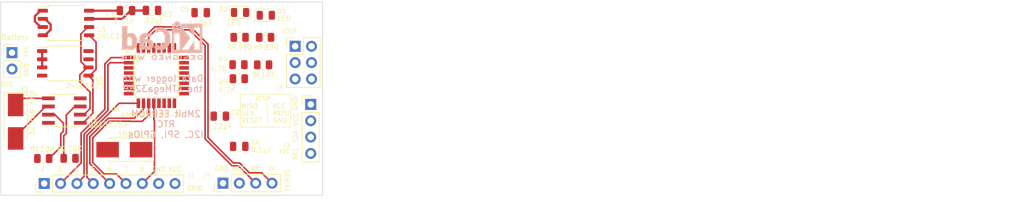
<source format=kicad_pcb>
(kicad_pcb (version 20211014) (generator pcbnew)
  (title_block (title "${project_name}") (date "2022-01-25") (rev "1") (comment 2 "2-Layer PCB"))
  (layers (0 "F.Cu" mixed) (1 "In1.Cu" mixed) (2 "In2.Cu" mixed) (31 "B.Cu" mixed) (34 "B.Paste" user) (35 "F.Paste" user) (36 "B.SilkS" user "B.Silkscreen") (37 "F.SilkS" user "F.Silkscreen") (38 "B.Mask" user) (39 "F.Mask" user) (44 "Edge.Cuts" user))
  (property "project_name" "MCU Datalogger with memory and clock")
  (net 0 "")
  (net 1 "GND")
  (net 2 "/Vcc")
  (net 3 "Net-(C2-Pad2)")
  (net 4 "Net-(C3-Pad2)")
  (net 5 "Net-(C4-Pad2)")
  (net 6 "Net-(D1-Pad1)")
  (net 7 "/SCK")
  (net 8 "Net-(D2-Pad1)")
  (net 9 "/D2")
  (net 10 "/D3")
  (net 11 "/D4")
  (net 12 "/D5")
  (net 13 "/D6")
  (net 14 "/D7")
  (net 15 "/D8")
  (net 16 "/SDA")
  (net 17 "/SCL")
  (net 18 "/MOSI")
  (net 19 "/RESET")
  (net 20 "/RX")
  (net 21 "/TX")
  (net 22 "Net-(R1-Pad2)")
  (net 23 "Net-(R2-Pad2)")
  (net 24 "Net-(U2-Pad1)")
  (net 25 "Net-(U2-Pad2)")
  (net 29 "/MISO")
  (footprint "Resistor_SMD:R_0805_2012Metric" (layer "F.Cu") (at 115.1909 85.8012 180)
    (fp_text reference "R4" (at 2.4403 0.8382) (layer "F.SilkS") (effects (font (size 0.7 0.7) (thickness 0.1))))
    (fp_text value "4.7K" (at 3.1007 -0.6604) (layer "F.SilkS") (effects (font (size 0.8 0.8) (thickness 0.1))))
    (pad "1" smd roundrect (at -0.9125 0 180) (size 1.025 1.4) (layers "F.Cu" "F.Paste" "F.Mask") (roundrect_rratio 0.243902439) (net 2 "/Vcc"))
    (pad "2" smd roundrect (at 0.9125 0 180) (size 1.025 1.4) (layers "F.Cu" "F.Paste" "F.Mask") (roundrect_rratio 0.243902439) (net 16 "/SDA"))
  )
  (footprint "Resistor_SMD:R_0805_2012Metric" (layer "F.Cu") (at 88.9508 100.3554 180)
    (fp_text reference "R2" (at 1.2446 1.4478) (layer "F.SilkS") (effects (font (size 0.7 0.7) (thickness 0.1))))
    (fp_text value "10K" (at -0.8382 1.4986) (layer "F.SilkS") (effects (font (size 0.8 0.8) (thickness 0.1))))
    (pad "1" smd roundrect (at -0.9125 0 180) (size 1.025 1.4) (layers "F.Cu" "F.Paste" "F.Mask") (roundrect_rratio 0.243902439) (net 2 "/Vcc"))
    (pad "2" smd roundrect (at 0.9125 0 180) (size 1.025 1.4) (layers "F.Cu" "F.Paste" "F.Mask") (roundrect_rratio 0.243902439) (net 23 "Net-(R2-Pad2)"))
  )
  (footprint "Resistor_SMD:R_0805_2012Metric" (layer "F.Cu") (at 115.3668 81.5594)
    (fp_text reference "R7" (at -1.2446 1.5494) (layer "F.SilkS") (effects (font (size 0.7 0.7) (thickness 0.1))))
    (fp_text value "330" (at 0.762 1.5494) (layer "F.SilkS") (effects (font (size 0.8 0.8) (thickness 0.1))))
    (pad "1" smd roundrect (at -0.9125 0) (size 1.025 1.4) (layers "F.Cu" "F.Paste" "F.Mask") (roundrect_rratio 0.243902439) (net 8 "Net-(D2-Pad1)"))
    (pad "2" smd roundrect (at 0.9125 0) (size 1.025 1.4) (layers "F.Cu" "F.Paste" "F.Mask") (roundrect_rratio 0.243902439) (net 1 "GND"))
  )
  (footprint "Resistor_SMD:R_0805_2012Metric" (layer "F.Cu") (at 119.3292 81.5594 180)
    (fp_text reference "R5" (at 1.0668 -1.524) (layer "F.SilkS") (effects (font (size 0.7 0.7) (thickness 0.1))))
    (fp_text value "330" (at -0.9906 -1.524) (layer "F.SilkS") (effects (font (size 0.8 0.8) (thickness 0.1))))
    (pad "1" smd roundrect (at -0.9125 0 180) (size 1.025 1.4) (layers "F.Cu" "F.Paste" "F.Mask") (roundrect_rratio 0.243902439) (net 1 "GND"))
    (pad "2" smd roundrect (at 0.9125 0 180) (size 1.025 1.4) (layers "F.Cu" "F.Paste" "F.Mask") (roundrect_rratio 0.243902439) (net 6 "Net-(D1-Pad1)"))
  )
  (footprint "MountingHole:MountingHole_2.1mm" (layer "F.Cu") (at 126.0348 103.8606)
    (fp_text reference "H2" hide)
    (fp_text value "MountingHole" hide)
    (pad "" np_thru_hole circle (at 0 0) (size 2.1 2.1) (drill 2.1) (layers *.Cu *.Mask))
  )
  (footprint "Capacitor_SMD:C_0805_2012Metric" (layer "F.Cu") (at 112.2934 93.8022 180)
    (fp_text reference "C2" (at -2.3978 0.5842) (layer "F.SilkS") (effects (font (size 0.7 0.7) (thickness 0.1))))
    (fp_text value "22pF" (at -0.4826 -1.5748) (layer "F.SilkS") (effects (font (size 0.8 0.8) (thickness 0.1))))
    (pad "1" smd roundrect (at -0.95 0 180) (size 1 1.45) (layers "F.Cu" "F.Paste" "F.Mask") (net 1 "GND"))
    (pad "2" smd roundrect (at 0.95 0 180) (size 1 1.45) (layers "F.Cu" "F.Paste" "F.Mask") (net 3 "Net-(C2-Pad2)"))
  )
  (footprint "LED_SMD:LED_0805_2012Metric" (layer "F.Cu") (at 115.443 77.6986)
    (fp_text reference "D2" (at -2.5654 -0.4826) (layer "F.SilkS") (effects (font (size 0.7 0.7) (thickness 0.1))))
    (fp_text value "LED" (at -0.9144 1.6256) (layer "F.SilkS") (effects (font (size 0.8 0.8) (thickness 0.1))))
    (pad "1" smd roundrect (at -0.9375 0) (size 0.975 1.4) (layers "F.Cu" "F.Paste" "F.Mask") (net 8 "Net-(D2-Pad1)"))
    (pad "2" smd roundrect (at 0.9375 0) (size 0.975 1.4) (layers "F.Cu" "F.Paste" "F.Mask") (net 2 "/Vcc"))
  )
  (footprint "Connector_PinHeader_2.54mm:PinHeader_1x04_P2.54mm_Vertical" (layer "F.Cu") (at 112.786 104.2162 90)
    (fp_text reference "J4" (at 1.2954 -2.4738 180) (layer "F.SilkS") (effects (font (size 0.7 0.7) (thickness 0.1))))
    (fp_text value "Conn_01x04_Male" hide)
    (pad "1" thru_hole rect (at 0 0 90) (size 1.7 1.7) (drill 1) (layers *.Cu *.Mask) (net 1 "GND"))
    (pad "2" thru_hole oval (at 0 2.54 90) (size 1.7 1.7) (drill 1) (layers *.Cu *.Mask) (net 2 "/Vcc"))
    (pad "3" thru_hole oval (at 0 5.08 90) (size 1.7 1.7) (drill 1) (layers *.Cu *.Mask) (net 20 "/RX"))
    (pad "4" thru_hole oval (at 0 7.62 90) (size 1.7 1.7) (drill 1) (layers *.Cu *.Mask) (net 21 "/TX"))
  )
  (footprint "Package_SO:SOIC-8_5.23x5.23mm_P1.27mm" (layer "F.Cu") (at 88.2904 85.598)
    (fp_text reference "U1" (at 5.3594 2.4638) (layer "F.SilkS") (effects (font (size 0.7 0.7) (thickness 0.1))))
    (fp_text value "24LC1025" (at 3.048 3.4544) (layer "F.SilkS") (effects (font (size 0.8 0.8) (thickness 0.1))))
    (pad "1" smd roundrect (at -3.6 -1.905) (size 1.6 0.6) (layers "F.Cu" "F.Paste" "F.Mask") (net 2 "/Vcc"))
    (pad "2" smd roundrect (at -3.6 -0.635) (size 1.6 0.6) (layers "F.Cu" "F.Paste" "F.Mask") (net 2 "/Vcc"))
    (pad "3" smd roundrect (at -3.6 0.635) (size 1.6 0.6) (layers "F.Cu" "F.Paste" "F.Mask") (net 2 "/Vcc"))
    (pad "4" smd roundrect (at -3.6 1.905) (size 1.6 0.6) (layers "F.Cu" "F.Paste" "F.Mask") (net 1 "GND"))
    (pad "5" smd roundrect (at 3.6 1.905) (size 1.6 0.6) (layers "F.Cu" "F.Paste" "F.Mask") (net 16 "/SDA"))
    (pad "6" smd roundrect (at 3.6 0.635) (size 1.6 0.6) (layers "F.Cu" "F.Paste" "F.Mask") (net 17 "/SCL"))
    (pad "7" smd roundrect (at 3.6 -0.635) (size 1.6 0.6) (layers "F.Cu" "F.Paste" "F.Mask") (net 1 "GND"))
    (pad "8" smd roundrect (at 3.6 -1.905) (size 1.6 0.6) (layers "F.Cu" "F.Paste" "F.Mask") (net 2 "/Vcc"))
  )
  (footprint "Crystal:Crystal_SMD_5032-2Pin_5.0x3.2mm_HandSoldering" (layer "F.Cu") (at 80.5688 94.6658 -90)
    (fp_text reference "Y1" (at -5.08 -1.4478 180) (layer "F.SilkS") (effects (font (size 0.7 0.7) (thickness 0.1))))
    (fp_text value "32.768 KHz" (at -1.3208 -2.5146 90) (layer "F.SilkS") (effects (font (size 0.8 0.8) (thickness 0.1))))
    (pad "1" smd rect (at -2.6 0 270) (size 3.5 2.4) (layers "F.Cu" "F.Paste" "F.Mask") (net 24 "Net-(U2-Pad1)"))
    (pad "2" smd rect (at 2.6 0 270) (size 3.5 2.4) (layers "F.Cu" "F.Paste" "F.Mask") (net 25 "Net-(U2-Pad2)"))
  )
  (footprint "Connector_PinHeader_2.54mm:PinHeader_1x09_P2.54mm_Vertical" (layer "F.Cu") (at 85.0138 104.267 90)
    (fp_text reference "J1" (at 1.2192 22.8346 180) (layer "F.SilkS") (effects (font (size 0.7 0.7) (thickness 0.1))))
    (fp_text value "Conn_01x09_Male" hide)
    (pad "1" thru_hole rect (at 0 0 90) (size 1.7 1.7) (drill 1) (layers *.Cu *.Mask) (net 9 "/D2"))
    (pad "2" thru_hole oval (at 0 2.54 90) (size 1.7 1.7) (drill 1) (layers *.Cu *.Mask) (net 10 "/D3"))
    (pad "3" thru_hole oval (at 0 5.08 90) (size 1.7 1.7) (drill 1) (layers *.Cu *.Mask) (net 11 "/D4"))
    (pad "4" thru_hole oval (at 0 7.62 90) (size 1.7 1.7) (drill 1) (layers *.Cu *.Mask) (net 12 "/D5"))
    (pad "5" thru_hole oval (at 0 10.16 90) (size 1.7 1.7) (drill 1) (layers *.Cu *.Mask) (net 13 "/D6"))
    (pad "6" thru_hole oval (at 0 12.7 90) (size 1.7 1.7) (drill 1) (layers *.Cu *.Mask) (net 14 "/D7"))
    (pad "7" thru_hole oval (at 0 15.24 90) (size 1.7 1.7) (drill 1) (layers *.Cu *.Mask) (net 15 "/D8"))
    (pad "8" thru_hole oval (at 0 17.78 90) (size 1.7 1.7) (drill 1) (layers *.Cu *.Mask) (net 1 "GND"))
    (pad "9" thru_hole oval (at 0 20.32 90) (size 1.7 1.7) (drill 1) (layers *.Cu *.Mask) (net 2 "/Vcc"))
  )
  (footprint "Footprints:QFP80P900X900X120-32N" (layer "F.Cu") (at 102.4382 87.503)
    (fp_text reference "U4" (at -6.35 5.1816) (layer "F.SilkS") (effects (font (size 0.7 0.7) (thickness 0.1))))
    (fp_text value "ATMEGA328P-AU" (at -0.508 6.1214) (layer "F.SilkS") (effects (font (size 0.8 0.8) (thickness 0.1))))
    (pad "1" smd rect locked (at -4.3 -2.8) (size 1.5 0.55) (layers "F.Cu" "F.Paste" "F.Mask") (net 10 "/D3"))
    (pad "2" smd rect locked (at -4.3 -2) (size 1.5 0.55) (layers "F.Cu" "F.Paste" "F.Mask") (net 11 "/D4"))
    (pad "3" smd rect locked (at -4.3 -1.2) (size 1.5 0.55) (layers "F.Cu" "F.Paste" "F.Mask") (net 1 "GND"))
    (pad "4" smd rect locked (at -4.3 -0.4) (size 1.5 0.55) (layers "F.Cu" "F.Paste" "F.Mask") (net 2 "/Vcc"))
    (pad "5" smd rect locked (at -4.3 0.4) (size 1.5 0.55) (layers "F.Cu" "F.Paste" "F.Mask") (net 1 "GND"))
    (pad "6" smd rect locked (at -4.3 1.2) (size 1.5 0.55) (layers "F.Cu" "F.Paste" "F.Mask"))
    (pad "7" smd rect locked (at -4.3 2) (size 1.5 0.55) (layers "F.Cu" "F.Paste" "F.Mask") (net 3 "Net-(C2-Pad2)"))
    (pad "8" smd rect locked (at -4.3 2.8) (size 1.5 0.55) (layers "F.Cu" "F.Paste" "F.Mask") (net 4 "Net-(C3-Pad2)"))
    (pad "9" smd rect locked (at -2.8 4.3) (size 0.55 1.5) (layers "F.Cu" "F.Paste" "F.Mask") (net 12 "/D5"))
    (pad "10" smd rect locked (at -2 4.3) (size 0.55 1.5) (layers "F.Cu" "F.Paste" "F.Mask") (net 13 "/D6"))
    (pad "11" smd rect locked (at -1.2 4.3) (size 0.55 1.5) (layers "F.Cu" "F.Paste" "F.Mask") (net 14 "/D7"))
    (pad "12" smd rect locked (at -0.4 4.3) (size 0.55 1.5) (layers "F.Cu" "F.Paste" "F.Mask") (net 15 "/D8"))
    (pad "13" smd rect locked (at 0.4 4.3) (size 0.55 1.5) (layers "F.Cu" "F.Paste" "F.Mask"))
    (pad "14" smd rect locked (at 1.2 4.3) (size 0.55 1.5) (layers "F.Cu" "F.Paste" "F.Mask"))
    (pad "15" smd rect locked (at 2 4.3) (size 0.55 1.5) (layers "F.Cu" "F.Paste" "F.Mask") (net 18 "/MOSI"))
    (pad "16" smd rect locked (at 2.8 4.3) (size 0.55 1.5) (layers "F.Cu" "F.Paste" "F.Mask") (net 29 "/MISO"))
    (pad "17" smd rect locked (at 4.3 2.8) (size 1.5 0.55) (layers "F.Cu" "F.Paste" "F.Mask") (net 7 "/SCK"))
    (pad "18" smd rect locked (at 4.3 2) (size 1.5 0.55) (layers "F.Cu" "F.Paste" "F.Mask") (net 2 "/Vcc"))
    (pad "19" smd rect locked (at 4.3 1.2) (size 1.5 0.55) (layers "F.Cu" "F.Paste" "F.Mask"))
    (pad "20" smd rect locked (at 4.3 0.4) (size 1.5 0.55) (layers "F.Cu" "F.Paste" "F.Mask") (net 5 "Net-(C4-Pad2)"))
    (pad "21" smd rect locked (at 4.3 -0.4) (size 1.5 0.55) (layers "F.Cu" "F.Paste" "F.Mask") (net 1 "GND"))
    (pad "22" smd rect locked (at 4.3 -1.2) (size 1.5 0.55) (layers "F.Cu" "F.Paste" "F.Mask"))
    (pad "23" smd rect locked (at 4.3 -2) (size 1.5 0.55) (layers "F.Cu" "F.Paste" "F.Mask"))
    (pad "24" smd rect locked (at 4.3 -2.8) (size 1.5 0.55) (layers "F.Cu" "F.Paste" "F.Mask"))
    (pad "25" smd rect locked (at 2.8 -4.3) (size 0.55 1.5) (layers "F.Cu" "F.Paste" "F.Mask"))
    (pad "26" smd rect locked (at 2 -4.3) (size 0.55 1.5) (layers "F.Cu" "F.Paste" "F.Mask"))
    (pad "27" smd rect locked (at 1.2 -4.3) (size 0.55 1.5) (layers "F.Cu" "F.Paste" "F.Mask") (net 16 "/SDA"))
    (pad "28" smd rect locked (at 0.4 -4.3) (size 0.55 1.5) (layers "F.Cu" "F.Paste" "F.Mask") (net 17 "/SCL"))
    (pad "29" smd rect locked (at -0.4 -4.3) (size 0.55 1.5) (layers "F.Cu" "F.Paste" "F.Mask") (net 19 "/RESET"))
    (pad "30" smd rect locked (at -1.2 -4.3) (size 0.55 1.5) (layers "F.Cu" "F.Paste" "F.Mask") (net 20 "/RX"))
    (pad "31" smd rect locked (at -2 -4.3) (size 0.55 1.5) (layers "F.Cu" "F.Paste" "F.Mask") (net 21 "/TX"))
    (pad "32" smd rect locked (at -2.8 -4.3) (size 0.55 1.5) (layers "F.Cu" "F.Paste" "F.Mask") (net 9 "/D2"))
  )
  (footprint "Package_SO:SOIC-8_5.23x5.23mm_P1.27mm" (layer "F.Cu") (at 88.392 79.3242)
    (fp_text reference "U3" (at 5.4356 1.0414) (layer "F.SilkS") (effects (font (size 0.7 0.7) (thickness 0.1))))
    (fp_text value "24LC1025" (at 7.7216 2.032) (layer "F.SilkS") (effects (font (size 0.8 0.8) (thickness 0.1))))
    (pad "1" smd roundrect (at -3.6 -1.905) (size 1.6 0.6) (layers "F.Cu" "F.Paste" "F.Mask") (net 2 "/Vcc"))
    (pad "2" smd roundrect (at -3.6 -0.635) (size 1.6 0.6) (layers "F.Cu" "F.Paste" "F.Mask") (net 1 "GND"))
    (pad "3" smd roundrect (at -3.6 0.635) (size 1.6 0.6) (layers "F.Cu" "F.Paste" "F.Mask") (net 2 "/Vcc"))
    (pad "4" smd roundrect (at -3.6 1.905) (size 1.6 0.6) (layers "F.Cu" "F.Paste" "F.Mask") (net 1 "GND"))
    (pad "5" smd roundrect (at 3.6 1.905) (size 1.6 0.6) (layers "F.Cu" "F.Paste" "F.Mask") (net 16 "/SDA"))
    (pad "6" smd roundrect (at 3.6 0.635) (size 1.6 0.6) (layers "F.Cu" "F.Paste" "F.Mask") (net 17 "/SCL"))
    (pad "7" smd roundrect (at 3.6 -0.635) (size 1.6 0.6) (layers "F.Cu" "F.Paste" "F.Mask") (net 1 "GND"))
    (pad "8" smd roundrect (at 3.6 -1.905) (size 1.6 0.6) (layers "F.Cu" "F.Paste" "F.Mask") (net 2 "/Vcc"))
  )
  (footprint "LED_SMD:LED_0805_2012Metric" (layer "F.Cu") (at 119.4308 78.1304)
    (fp_text reference "D1" (at 2.4892 -0.5842) (layer "F.SilkS") (effects (font (size 0.7 0.7) (thickness 0.1))))
    (fp_text value "LED" (at 2.8448 0.4826) (layer "F.SilkS") (effects (font (size 0.8 0.8) (thickness 0.1))))
    (pad "1" smd roundrect (at -0.9375 0) (size 0.975 1.4) (layers "F.Cu" "F.Paste" "F.Mask") (net 6 "Net-(D1-Pad1)"))
    (pad "2" smd roundrect (at 0.9375 0) (size 0.975 1.4) (layers "F.Cu" "F.Paste" "F.Mask") (net 7 "/SCK"))
  )
  (footprint "Connector_PinHeader_2.54mm:PinHeader_2x03_P2.54mm_Vertical" (layer "F.Cu") (at 123.9978 82.946)
    (fp_text reference "J3" (at -2.5096 6.5128) (layer "F.SilkS") (effects (font (size 0.7 0.7) (thickness 0.1))))
    (fp_text value "Conn_02x03_Odd_Even" hide)
    (pad "1" thru_hole rect (at 0 0) (size 1.7 1.7) (drill 1) (layers *.Cu *.Mask) (net 29 "/MISO"))
    (pad "2" thru_hole oval (at 2.54 0) (size 1.7 1.7) (drill 1) (layers *.Cu *.Mask) (net 2 "/Vcc"))
    (pad "3" thru_hole oval (at 0 2.54) (size 1.7 1.7) (drill 1) (layers *.Cu *.Mask) (net 7 "/SCK"))
    (pad "4" thru_hole oval (at 2.54 2.54) (size 1.7 1.7) (drill 1) (layers *.Cu *.Mask) (net 18 "/MOSI"))
    (pad "5" thru_hole oval (at 0 5.08) (size 1.7 1.7) (drill 1) (layers *.Cu *.Mask) (net 19 "/RESET"))
    (pad "6" thru_hole oval (at 2.54 5.08) (size 1.7 1.7) (drill 1) (layers *.Cu *.Mask) (net 1 "GND"))
  )
  (footprint "MountingHole:MountingHole_2.1mm" (layer "F.Cu") (at 80.518 78.3336)
    (fp_text reference "H3" hide)
    (fp_text value "MountingHole" hide)
    (pad "" np_thru_hole circle (at 0 0) (size 2.1 2.1) (drill 2.1) (layers *.Cu *.Mask))
  )
  (footprint "Resistor_SMD:R_0805_2012Metric" (layer "F.Cu") (at 115.2398 87.9856 180)
    (fp_text reference "R3" (at 2.413 -0.5334) (layer "F.SilkS") (effects (font (size 0.7 0.7) (thickness 0.1))))
    (fp_text value "4.7K" (at 1.8288 -1.7272) (layer "F.SilkS") (effects (font (size 0.8 0.8) (thickness 0.1))))
    (pad "1" smd roundrect (at -0.9125 0 180) (size 1.025 1.4) (layers "F.Cu" "F.Paste" "F.Mask") (roundrect_rratio 0.243902439) (net 2 "/Vcc"))
    (pad "2" smd roundrect (at 0.9125 0 180) (size 1.025 1.4) (layers "F.Cu" "F.Paste" "F.Mask") (roundrect_rratio 0.243902439) (net 17 "/SCL"))
  )
  (footprint "MountingHole:MountingHole_2.1mm" (layer "F.Cu") (at 126.0348 78.3082)
    (fp_text reference "H1" hide)
    (fp_text value "MountingHole" hide)
    (pad "" np_thru_hole circle (at 0 0) (size 2.1 2.1) (drill 2.1) (layers *.Cu *.Mask))
  )
  (footprint "MountingHole:MountingHole_2.1mm" (layer "F.Cu") (at 80.518 103.8098)
    (fp_text reference "H4" hide)
    (fp_text value "MountingHole" hide)
    (pad "" np_thru_hole circle (at 0 0) (size 2.1 2.1) (drill 2.1) (layers *.Cu *.Mask))
  )
  (footprint "Capacitor_SMD:C_0805_2012Metric" (layer "F.Cu") (at 109.3216 77.724)
    (fp_text reference "C5" (at -2.4892 -0.508) (layer "F.SilkS") (effects (font (size 0.7 0.7) (thickness 0.1))))
    (fp_text value "100nF" (at 0 1.68) (layer "F.SilkS") (effects (font (size 0.8 0.8) (thickness 0.1))))
    (pad "1" smd roundrect (at -0.95 0) (size 1 1.45) (layers "F.Cu" "F.Paste" "F.Mask") (net 2 "/Vcc"))
    (pad "2" smd roundrect (at 0.95 0) (size 1 1.45) (layers "F.Cu" "F.Paste" "F.Mask") (net 1 "GND"))
  )
  (footprint "Capacitor_SMD:C_0805_2012Metric" (layer "F.Cu") (at 97.7138 77.3938)
    (fp_text reference "C1" (at -2.3622 0.6096) (layer "F.SilkS") (effects (font (size 0.7 0.7) (thickness 0.1))))
    (fp_text value "0.1uF" (at -0.254 1.7018) (layer "F.SilkS") (effects (font (size 0.8 0.8) (thickness 0.1))))
    (pad "1" smd roundrect (at -0.95 0) (size 1 1.45) (layers "F.Cu" "F.Paste" "F.Mask") (net 2 "/Vcc"))
    (pad "2" smd roundrect (at 0.95 0) (size 1 1.45) (layers "F.Cu" "F.Paste" "F.Mask") (net 1 "GND"))
  )
  (footprint "Crystal:Crystal_SMD_5032-2Pin_5.0x3.2mm_HandSoldering" (layer "F.Cu") (at 97.4598 99.0092 180)
    (fp_text reference "Y2" (at -4.064 2.3622) (layer "F.SilkS") (effects (font (size 0.7 0.7) (thickness 0.1))))
    (fp_text value "16MHz" (at -0.9398 2.4384) (layer "F.SilkS") (effects (font (size 0.8 0.8) (thickness 0.1))))
    (pad "1" smd rect (at -2.6 0 180) (size 3.5 2.4) (layers "F.Cu" "F.Paste" "F.Mask") (net 4 "Net-(C3-Pad2)"))
    (pad "2" smd rect (at 2.6 0 180) (size 3.5 2.4) (layers "F.Cu" "F.Paste" "F.Mask") (net 3 "Net-(C2-Pad2)"))
  )
  (footprint "Connector_PinHeader_2.54mm:PinHeader_1x04_P2.54mm_Vertical" (layer "F.Cu") (at 126.4158 91.9734)
    (fp_text reference "J2" (at -3.7338 6.2738 180) (layer "F.SilkS") (effects (font (size 0.7 0.7) (thickness 0.1))))
    (fp_text value "Conn_01x04_Male" hide)
    (pad "1" thru_hole rect (at 0 0) (size 1.7 1.7) (drill 1) (layers *.Cu *.Mask) (net 1 "GND"))
    (pad "2" thru_hole oval (at 0 2.54) (size 1.7 1.7) (drill 1) (layers *.Cu *.Mask) (net 2 "/Vcc"))
    (pad "3" thru_hole oval (at 0 5.08) (size 1.7 1.7) (drill 1) (layers *.Cu *.Mask) (net 16 "/SDA"))
    (pad "4" thru_hole oval (at 0 7.62) (size 1.7 1.7) (drill 1) (layers *.Cu *.Mask) (net 17 "/SCL"))
  )
  (footprint "Connector_PinHeader_2.54mm:PinHeader_1x02_P2.54mm_Vertical" (layer "F.Cu") (at 80.01 83.942)
    (fp_text reference "BT1" (at -0.7874 4.9326) (layer "F.SilkS") (effects (font (size 0.7 0.7) (thickness 0.1))))
    (fp_text value "Battery" (at 0.4318 -2.408 180) (layer "F.SilkS") (effects (font (size 0.8 0.8) (thickness 0.1))))
    (pad "1" thru_hole rect (at 0 0) (size 1.7 1.7) (drill 1) (layers *.Cu *.Mask) (net 2 "/Vcc"))
    (pad "2" thru_hole oval (at 0 2.54) (size 1.7 1.7) (drill 1) (layers *.Cu *.Mask) (net 1 "GND"))
  )
  (footprint "Resistor_SMD:R_0805_2012Metric" (layer "F.Cu") (at 84.8614 100.3808)
    (fp_text reference "R1" (at -1.2954 -1.4986) (layer "F.SilkS") (effects (font (size 0.7 0.7) (thickness 0.1))))
    (fp_text value "10K" (at 0.635 -1.4478) (layer "F.SilkS") (effects (font (size 0.8 0.8) (thickness 0.1))))
    (pad "1" smd roundrect (at -0.9125 0) (size 1.025 1.4) (layers "F.Cu" "F.Paste" "F.Mask") (roundrect_rratio 0.243902439) (net 2 "/Vcc"))
    (pad "2" smd roundrect (at 0.9125 0) (size 1.025 1.4) (layers "F.Cu" "F.Paste" "F.Mask") (roundrect_rratio 0.243902439) (net 22 "Net-(R1-Pad2)"))
  )
  (footprint "Resistor_SMD:R_0805_2012Metric" (layer "F.Cu") (at 119.0244 85.8266)
    (fp_text reference "R6" (at -1.0922 1.5494) (layer "F.SilkS") (effects (font (size 0.7 0.7) (thickness 0.1))))
    (fp_text value "10K" (at 0.8128 1.5748) (layer "F.SilkS") (effects (font (size 0.8 0.8) (thickness 0.1))))
    (pad "1" smd roundrect (at -0.9125 0) (size 1.025 1.4) (layers "F.Cu" "F.Paste" "F.Mask") (roundrect_rratio 0.243902439) (net 2 "/Vcc"))
    (pad "2" smd roundrect (at 0.9125 0) (size 1.025 1.4) (layers "F.Cu" "F.Paste" "F.Mask") (roundrect_rratio 0.243902439) (net 19 "/RESET"))
  )
  (footprint "Footprints:SOIC127P600X175-8N" (layer "F.Cu") (at 88.138 92.9386)
    (fp_text reference "U2" (at 4.4704 1.016) (layer "F.SilkS") (effects (font (size 0.7 0.7) (thickness 0.1))))
    (fp_text value "DS1337S+" (at 6.9088 2.2098) (layer "F.SilkS") (effects (font (size 0.8 0.8) (thickness 0.1))))
    (pad "1" smd roundrect locked (at -2.475 -1.905) (size 1.97 0.59) (layers "F.Cu" "F.Paste" "F.Mask") (roundrect_rratio 0.07) (net 24 "Net-(U2-Pad1)"))
    (pad "2" smd roundrect locked (at -2.475 -0.635) (size 1.97 0.59) (layers "F.Cu" "F.Paste" "F.Mask") (roundrect_rratio 0.07) (net 25 "Net-(U2-Pad2)"))
    (pad "3" smd roundrect locked (at -2.475 0.635) (size 1.97 0.59) (layers "F.Cu" "F.Paste" "F.Mask") (roundrect_rratio 0.07) (net 22 "Net-(R1-Pad2)"))
    (pad "4" smd roundrect locked (at -2.475 1.905) (size 1.97 0.59) (layers "F.Cu" "F.Paste" "F.Mask") (roundrect_rratio 0.07) (net 1 "GND"))
    (pad "5" smd roundrect locked (at 2.475 1.905) (size 1.97 0.59) (layers "F.Cu" "F.Paste" "F.Mask") (roundrect_rratio 0.07) (net 16 "/SDA"))
    (pad "6" smd roundrect locked (at 2.475 0.635) (size 1.97 0.59) (layers "F.Cu" "F.Paste" "F.Mask") (roundrect_rratio 0.07) (net 17 "/SCL"))
    (pad "7" smd roundrect locked (at 2.475 -0.635) (size 1.97 0.59) (layers "F.Cu" "F.Paste" "F.Mask") (roundrect_rratio 0.07) (net 23 "Net-(R2-Pad2)"))
    (pad "8" smd roundrect locked (at 2.475 -1.905) (size 1.97 0.59) (layers "F.Cu" "F.Paste" "F.Mask") (roundrect_rratio 0.07) (net 2 "/Vcc"))
  )
  (footprint "Capacitor_SMD:C_0805_2012Metric" (layer "F.Cu") (at 101.7524 77.3684)
    (fp_text reference "C3" (at 2.4384 0.635) (layer "F.SilkS") (effects (font (size 0.7 0.7) (thickness 0.1))))
    (fp_text value "22pF" (at 0.381 1.6256) (layer "F.SilkS") (effects (font (size 0.8 0.8) (thickness 0.1))))
    (pad "1" smd roundrect (at -0.95 0) (size 1 1.45) (layers "F.Cu" "F.Paste" "F.Mask") (net 1 "GND"))
    (pad "2" smd roundrect (at 0.95 0) (size 1 1.45) (layers "F.Cu" "F.Paste" "F.Mask") (net 4 "Net-(C3-Pad2)"))
  )
  (footprint "Capacitor_SMD:C_0805_2012Metric" (layer "F.Cu") (at 115.3058 98.5012 180)
    (fp_text reference "C4" (at -2.5248 0.5842) (layer "F.SilkS") (effects (font (size 0.7 0.7) (thickness 0.1))))
    (fp_text value "0.1uF" (at -3.4646 -0.5588) (layer "F.SilkS") (effects (font (size 0.8 0.8) (thickness 0.1))))
    (pad "1" smd roundrect (at -0.95 0 180) (size 1 1.45) (layers "F.Cu" "F.Paste" "F.Mask") (net 1 "GND"))
    (pad "2" smd roundrect (at 0.95 0 180) (size 1 1.45) (layers "F.Cu" "F.Paste" "F.Mask") (net 5 "Net-(C4-Pad2)"))
  )
  (footprint "Symbol:KiCad-Logo2_5mm_SilkScreen" (layer "B.Cu") (at 103.3018 82.042 180)
    (fp_text reference "REF**" hide)
    (fp_text value "KiCad-Logo2_5mm_SilkScreen" hide)
  )
  (gr_rect (start 115.4684 90.3986) (end 123.3424 95.504) (layer "F.SilkS") (width 0.1) (fill none))
  (gr_rect (start 78.2574 76.073) (end 128.27 106.0958) (layer "Edge.Cuts") (width 0.1) (fill none))
  (gr_text "Data logger with\nthe ATMega328P" (at 103.4034 88.7476) (layer "B.SilkS") (effects (font (size 1 1)) (justify mirror)))
  (gr_text "2Mbit EEPROM\nRTC\nI2C, SPI, GPIOs" (at 103.9114 95.0468) (layer "B.SilkS") (effects (font (size 1 1)) (justify mirror)))
  (gr_text "2" (at 84.7344 101.981) (layer "F.SilkS") (effects (font (size 0.7 0.7) (thickness 0.1))))
  (gr_text "3" (at 87.4776 102.0064) (layer "F.SilkS") (effects (font (size 0.7 0.7) (thickness 0.1))))
  (gr_text "VCC" (at 124.1044 94.361 90) (layer "F.SilkS") (effects (font (size 0.7 0.7) (thickness 0.1))))
  (gr_text "I2C" (at 122.428 99.2632) (layer "F.SilkS") (effects (font (size 0.7 0.7) (thickness 0.1))))
  (gr_text "VCC" (at 105.3592 102.0318) (layer "F.SilkS") (effects (font (size 0.7 0.7) (thickness 0.1))))
  (gr_text "Vcc" (at 82.2198 83.8454 270) (layer "F.SilkS") (effects (font (size 0.7 0.7) (thickness 0.1))))
  (gr_text "RX" (at 117.7798 101.9302) (layer "F.SilkS") (effects (font (size 0.7 0.7) (thickness 0.1))))
  (gr_text "5" (at 92.5576 102.0318) (layer "F.SilkS") (effects (font (size 0.7 0.7) (thickness 0.1))))
  (gr_text "SCL" (at 124.0282 99.6188 90) (layer "F.SilkS") (effects (font (size 0.7 0.7) (thickness 0.1))))
  (gr_text "VCC" (at 115.1636 101.9556) (layer "F.SilkS") (effects (font (size 0.7 0.7) (thickness 0.1))))
  (gr_text "GND" (at 112.5728 101.9302) (layer "F.SilkS") (effects (font (size 0.7 0.7) (thickness 0.1))))
  (gr_text "6" (at 95.1484 102.0318) (layer "F.SilkS") (effects (font (size 0.7 0.7) (thickness 0.1))))
  (gr_text "SDA" (at 124.0536 96.9772 90) (layer "F.SilkS") (effects (font (size 0.7 0.7) (thickness 0.1))))
  (gr_text "7" (at 97.7138 102.0318) (layer "F.SilkS") (effects (font (size 0.7 0.7) (thickness 0.1))))
  (gr_text "TX" (at 120.269 101.9556) (layer "F.SilkS") (effects (font (size 0.7 0.7) (thickness 0.1))))
  (gr_text "GPIO" (at 108.4326 105.029) (layer "F.SilkS") (effects (font (size 0.7 0.7) (thickness 0.1))))
  (gr_text "GND" (at 82.2198 86.6394 270) (layer "F.SilkS") (effects (font (size 0.7 0.7) (thickness 0.1))))
  (gr_text "GND" (at 124.0282 91.821 90) (layer "F.SilkS") (effects (font (size 0.7 0.7) (thickness 0.1))))
  (gr_text "    ICSP\nMISO  | VCC\nSCK   | MOSI\nRESET | GND" (at 115.6208 92.7862) (layer "F.SilkS") (effects (font (size 0.7 0.7) (thickness 0.1)) (justify left)))
  (gr_text "SERIAL" (at 122.7328 103.8098 270) (layer "F.SilkS") (effects (font (size 0.7 0.7) (thickness 0.1))))
  (gr_text "4" (at 90.043 102.0318) (layer "F.SilkS") (effects (font (size 0.7 0.7) (thickness 0.1))))
  (gr_text "GND" (at 102.7938 102.0318) (layer "F.SilkS") (effects (font (size 0.7 0.7) (thickness 0.1))))
  (gr_text "8" (at 100.2284 102.0318) (layer "F.SilkS") (effects (font (size 0.7 0.7) (thickness 0.1))))
  (gr_text "ICSP" (at 123.063 80.6196) (layer "F.SilkS") (effects (font (size 0.7 0.7) (thickness 0.1))))
  (segment (start 98.442715 77.3938) (end 98.6638 77.3938) (width 0.35) (layer "F.Cu") (net 1))
  (segment (start 91.992 78.6892) (end 97.147315 78.6892) (width 0.35) (layer "F.Cu") (net 1))
  (segment (start 84.792 81.2292) (end 85.134493 81.2292) (width 0.35) (layer "F.Cu") (net 1))
  (segment (start 85.134493 78.6892) (end 84.792 78.6892) (width 0.35) (layer "F.Cu") (net 1))
  (segment (start 86.01652 79.571227) (end 85.134493 78.6892) (width 0.35) (layer "F.Cu") (net 1))
  (segment (start 100.777 77.3938) (end 100.8024 77.3684) (width 0.35) (layer "F.Cu") (net 1))
  (segment (start 85.134493 81.2292) (end 86.01652 80.347173) (width 0.35) (layer "F.Cu") (net 1))
  (segment (start 97.147315 78.6892) (end 98.442715 77.3938) (width 0.35) (layer "F.Cu") (net 1))
  (segment (start 86.01652 80.347173) (end 86.01652 79.571227) (width 0.35) (layer "F.Cu") (net 1))
  (segment (start 98.6638 77.3938) (end 100.777 77.3938) (width 0.35) (layer "F.Cu") (net 1))
  (segment (start 83.56748 78.264698) (end 83.56748 79.077173) (width 0.35) (layer "F.Cu") (net 2))
  (segment (start 83.56748 79.077173) (end 84.449507 79.9592) (width 0.35) (layer "F.Cu") (net 2))
  (segment (start 91.992 77.4192) (end 96.7384 77.4192) (width 0.35) (layer "F.Cu") (net 2))
  (segment (start 96.7384 77.4192) (end 96.7638 77.3938) (width 0.35) (layer "F.Cu") (net 2))
  (segment (start 84.6904 86.233) (end 84.6904 84.963) (width 0.35) (layer "F.Cu") (net 2))
  (segment (start 84.412978 77.4192) (end 83.56748 78.264698) (width 0.35) (layer "F.Cu") (net 2))
  (segment (start 84.6904 83.693) (end 84.6904 84.963) (width 0.35) (layer "F.Cu") (net 2))
  (segment (start 84.449507 79.9592) (end 84.792 79.9592) (width 0.35) (layer "F.Cu") (net 2))
  (segment (start 84.792 77.4192) (end 84.412978 77.4192) (width 0.35) (layer "F.Cu") (net 2))
  (segment (start 97.1322 84.709) (end 95.4024 84.709) (width 0.25) (layer "F.Cu") (net 10))
  (segment (start 95.4024 84.709) (end 94.4372 85.6742) (width 0.25) (layer "F.Cu") (net 10))
  (segment (start 90.75032 96.421027) (end 90.75032 101.07048) (width 0.25) (layer "F.Cu") (net 10))
  (segment (start 90.75032 101.07048) (end 87.5538 104.267) (width 0.25) (layer "F.Cu") (net 10))
  (segment (start 97.1382 84.703) (end 97.1322 84.709) (width 0.25) (layer "F.Cu") (net 10))
  (segment (start 94.4372 92.734147) (end 90.75032 96.421027) (width 0.25) (layer "F.Cu") (net 10))
  (segment (start 94.4372 85.6742) (end 94.4372 92.734147) (width 0.25) (layer "F.Cu") (net 10))
  (segment (start 98.1382 84.703) (end 97.1382 84.703) (width 0.25) (layer "F.Cu") (net 10))
  (segment (start 95.244118 85.503) (end 94.907459 85.839659) (width 0.25) (layer "F.Cu") (net 11))
  (segment (start 91.19984 103.16096) (end 90.0938 104.267) (width 0.25) (layer "F.Cu") (net 11))
  (segment (start 91.19984 96.607224) (end 91.19984 103.16096) (width 0.25) (layer "F.Cu") (net 11))
  (segment (start 94.907459 92.899605) (end 91.19984 96.607224) (width 0.25) (layer "F.Cu") (net 11))
  (segment (start 98.1382 85.503) (end 95.244118 85.503) (width 0.25) (layer "F.Cu") (net 11))
  (segment (start 94.907459 85.839659) (end 94.907459 92.899605) (width 0.25) (layer "F.Cu") (net 11))
  (segment (start 96.639782 91.803) (end 99.6382 91.803) (width 0.25) (layer "F.Cu") (net 12))
  (segment (start 91.64936 96.793422) (end 96.639782 91.803) (width 0.25) (layer "F.Cu") (net 12))
  (segment (start 92.6338 104.267) (end 91.64936 103.28256) (width 0.25) (layer "F.Cu") (net 12))
  (segment (start 91.64936 103.28256) (end 91.64936 96.793422) (width 0.25) (layer "F.Cu") (net 12))
  (segment (start 95.1738 104.267) (end 92.09888 101.19208) (width 0.25) (layer "F.Cu") (net 13))
  (segment (start 92.09888 96.97962) (end 94.94565 94.13285) (width 0.25) (layer "F.Cu") (net 13))
  (segment (start 98.9838 94.1578) (end 100.4382 92.7034) (width 0.25) (layer "F.Cu") (net 13))
  (segment (start 100.4382 92.7034) (end 100.4382 91.803) (width 0.25) (layer "F.Cu") (net 13))
  (segment (start 94.94565 94.13285) (end 98.95885 94.13285) (width 0.25) (layer "F.Cu") (net 13))
  (segment (start 98.95885 94.13285) (end 98.9838 94.1578) (width 0.25) (layer "F.Cu") (net 13))
  (segment (start 92.09888 101.19208) (end 92.09888 96.97962) (width 0.25) (layer "F.Cu") (net 13))
  (segment (start 94.335959 102.793441) (end 92.5484 101.005882) (width 0.25) (layer "F.Cu") (net 14))
  (segment (start 92.5484 101.005882) (end 92.5484 97.165818) (width 0.25) (layer "F.Cu") (net 14))
  (segment (start 98.3996 94.58237) (end 98.42455 94.60732) (width 0.25) (layer "F.Cu") (net 14))
  (segment (start 98.42455 94.60732) (end 100.23608 94.60732) (width 0.25) (layer "F.Cu") (net 14))
  (segment (start 101.2382 93.6052) (end 101.2382 91.803) (width 0.25) (layer "F.Cu") (net 14))
  (segment (start 100.23608 94.60732) (end 101.2382 93.6052) (width 0.25) (layer "F.Cu") (net 14))
  (segment (start 96.240241 102.793441) (end 94.335959 102.793441) (width 0.25) (layer "F.Cu") (net 14))
  (segment (start 92.5484 97.165818) (end 95.131848 94.58237) (width 0.25) (layer "F.Cu") (net 14))
  (segment (start 95.131848 94.58237) (end 98.3996 94.58237) (width 0.25) (layer "F.Cu") (net 14))
  (segment (start 97.7138 104.267) (end 96.240241 102.793441) (width 0.25) (layer "F.Cu") (net 14))
  (segment (start 102.134311 102.386489) (end 102.134311 94.463511) (width 0.25) (layer "F.Cu") (net 15))
  (segment (start 102.0382 94.3674) (end 102.0382 91.803) (width 0.25) (layer "F.Cu") (net 15))
  (segment (start 100.2538 104.267) (end 102.134311 102.386489) (width 0.25) (layer "F.Cu") (net 15))
  (segment (start 102.134311 94.463511) (end 102.0382 94.3674) (width 0.25) (layer "F.Cu") (net 15))
  (segment (start 91.057747 94.8436) (end 92.57532 93.326027) (width 0.25) (layer "F.Cu") (net 16))
  (segment (start 92.57532 93.326027) (end 92.57532 88.18792) (width 0.25) (layer "F.Cu") (net 16))
  (segment (start 93.06492 82.30212) (end 91.992 81.2292) (width 0.25) (layer "F.Cu") (net 16))
  (segment (start 92.091472 87.503) (end 93.06492 86.529552) (width 0.25) (layer "F.Cu") (net 16))
  (segment (start 90.613 94.8436) (end 91.057747 94.8436) (width 0.25) (layer "F.Cu") (net 16))
  (segment (start 92.57532 88.18792) (end 91.8904 87.503) (width 0.25) (layer "F.Cu") (net 16))
  (segment (start 91.8904 87.503) (end 92.091472 87.503) (width 0.25) (layer "F.Cu") (net 16))
  (segment (start 93.06492 86.529552) (end 93.06492 82.30212) (width 0.25) (layer "F.Cu") (net 16))
  (segment (start 91.189422 93.5736) (end 92.1258 92.637222) (width 0.25) (layer "F.Cu") (net 17))
  (segment (start 92.1258 90.0684) (end 90.551 88.4936) (width 0.25) (layer "F.Cu") (net 17))
  (segment (start 90.71588 85.330263) (end 91.618617 86.233) (width 0.25) (layer "F.Cu") (net 17))
  (segment (start 91.790928 79.9592) (end 90.71588 81.034248) (width 0.25) (layer "F.Cu") (net 17))
  (segment (start 90.71588 81.034248) (end 90.71588 85.330263) (width 0.25) (layer "F.Cu") (net 17))
  (segment (start 90.551 87.371328) (end 91.689328 86.233) (width 0.25) (layer "F.Cu") (net 17))
  (segment (start 91.689328 86.233) (end 91.8904 86.233) (width 0.25) (layer "F.Cu") (net 17))
  (segment (start 91.618617 86.233) (end 91.8904 86.233) (width 0.25) (layer "F.Cu") (net 17))
  (segment (start 90.613 93.5736) (end 91.189422 93.5736) (width 0.25) (layer "F.Cu") (net 17))
  (segment (start 91.992 79.9592) (end 91.790928 79.9592) (width 0.25) (layer "F.Cu") (net 17))
  (segment (start 92.1258 92.637222) (end 92.1258 90.0684) (width 0.25) (layer "F.Cu") (net 17))
  (segment (start 90.551 88.4936) (end 90.551 87.371328) (width 0.25) (layer "F.Cu") (net 17))
  (segment (start 117.866 104.2162) (end 115.1736 101.5238) (width 0.25) (layer "F.Cu") (net 20))
  (segment (start 115.1736 101.5238) (end 114.1984 101.5238) (width 0.25) (layer "F.Cu") (net 20))
  (segment (start 102.4128 80.391) (end 102.3874 80.3656) (width 0.25) (layer "F.Cu") (net 20))
  (segment (start 110.0074 97.3328) (end 110.0074 82.8294) (width 0.25) (layer "F.Cu") (net 20))
  (segment (start 102.3874 80.3656) (end 101.2382 81.5148) (width 0.25) (layer "F.Cu") (net 20))
  (segment (start 114.1984 101.5238) (end 110.0074 97.3328) (width 0.25) (layer "F.Cu") (net 20))
  (segment (start 101.2382 81.5148) (end 101.2382 83.203) (width 0.25) (layer "F.Cu") (net 20))
  (segment (start 107.569 80.391) (end 102.4128 80.391) (width 0.25) (layer "F.Cu") (net 20))
  (segment (start 110.0074 82.8294) (end 107.569 80.391) (width 0.25) (layer "F.Cu") (net 20))
  (segment (start 114.384598 101.07428) (end 110.45692 97.146602) (width 0.25) (layer "F.Cu") (net 21))
  (segment (start 103.4288 79.94148) (end 103.4034 79.91608) (width 0.25) (layer "F.Cu") (net 21))
  (segment (start 116.883459 102.597941) (end 115.359797 101.07428) (width 0.25) (layer "F.Cu") (net 21))
  (segment (start 107.755197 79.94148) (end 103.4288 79.94148) (width 0.25) (layer "F.Cu") (net 21))
  (segment (start 102.201202 79.91608) (end 100.4382 81.679082) (width 0.25) (layer "F.Cu") (net 21))
  (segment (start 100.4382 81.679082) (end 100.4382 83.203) (width 0.25) (layer "F.Cu") (net 21))
  (segment (start 110.45692 97.146602) (end 110.45692 82.643203) (width 0.25) (layer "F.Cu") (net 21))
  (segment (start 103.4034 79.91608) (end 102.201202 79.91608) (width 0.25) (layer "F.Cu") (net 21))
  (segment (start 118.787741 102.597941) (end 116.883459 102.597941) (width 0.25) (layer "F.Cu") (net 21))
  (segment (start 120.406 104.2162) (end 118.787741 102.597941) (width 0.25) (layer "F.Cu") (net 21))
  (segment (start 110.45692 82.643203) (end 107.755197 79.94148) (width 0.25) (layer "F.Cu") (net 21))
  (segment (start 115.359797 101.07428) (end 114.384598 101.07428) (width 0.25) (layer "F.Cu") (net 21))
  (segment (start 85.7739 100.3808) (end 87.58878 98.56592) (width 0.25) (layer "F.Cu") (net 22))
  (segment (start 87.58878 98.56592) (end 87.58878 96.5435) (width 0.25) (layer "F.Cu") (net 22))
  (segment (start 87.99328 94.8944) (end 86.67248 93.5736) (width 0.25) (layer "F.Cu") (net 22))
  (segment (start 86.67248 93.5736) (end 85.663 93.5736) (width 0.25) (layer "F.Cu") (net 22))
  (segment (start 87.58878 96.5435) (end 87.99328 96.139) (width 0.25) (layer "F.Cu") (net 22))
  (segment (start 87.99328 96.139) (end 87.99328 94.8944) (width 0.25) (layer "F.Cu") (net 22))
  (segment (start 88.0383 100.3554) (end 88.0383 96.8737) (width 0.25) (layer "F.Cu") (net 23))
  (segment (start 88.4428 96.4692) (end 88.4428 93.6244) (width 0.25) (layer "F.Cu") (net 23))
  (segment (start 89.7636 92.3036) (end 90.613 92.3036) (width 0.25) (layer "F.Cu") (net 23))
  (segment (start 88.4428 93.6244) (end 89.7636 92.3036) (width 0.25) (layer "F.Cu") (net 23))
  (segment (start 88.0383 96.8737) (end 88.4428 96.4692) (width 0.25) (layer "F.Cu") (net 23))
  (segment (start 80.5688 92.0658) (end 81.601 91.0336) (width 0.25) (layer "F.Cu") (net 24))
  (segment (start 81.601 91.0336) (end 85.663 91.0336) (width 0.25) (layer "F.Cu") (net 24))
  (segment (start 85.218253 92.3036) (end 85.663 92.3036) (width 0.25) (layer "F.Cu") (net 25))
  (segment (start 80.5688 97.2658) (end 80.5688 96.953053) (width 0.25) (layer "F.Cu") (net 25))
  (segment (start 80.5688 96.953053) (end 85.218253 92.3036) (width 0.25) (layer "F.Cu") (net 25))
)
</source>
